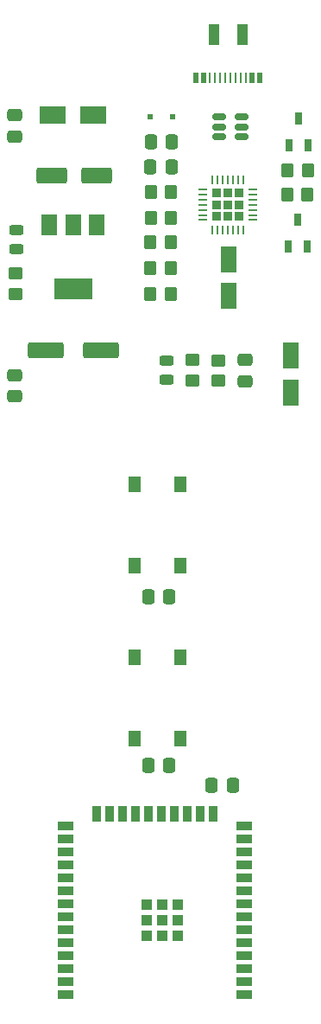
<source format=gbr>
%TF.GenerationSoftware,KiCad,Pcbnew,(6.0.11-0)*%
%TF.CreationDate,2023-10-17T10:34:41+02:00*%
%TF.ProjectId,ZESP32,5a455350-3332-42e6-9b69-6361645f7063,rev?*%
%TF.SameCoordinates,Original*%
%TF.FileFunction,Paste,Top*%
%TF.FilePolarity,Positive*%
%FSLAX46Y46*%
G04 Gerber Fmt 4.6, Leading zero omitted, Abs format (unit mm)*
G04 Created by KiCad (PCBNEW (6.0.11-0)) date 2023-10-17 10:34:41*
%MOMM*%
%LPD*%
G01*
G04 APERTURE LIST*
G04 Aperture macros list*
%AMRoundRect*
0 Rectangle with rounded corners*
0 $1 Rounding radius*
0 $2 $3 $4 $5 $6 $7 $8 $9 X,Y pos of 4 corners*
0 Add a 4 corners polygon primitive as box body*
4,1,4,$2,$3,$4,$5,$6,$7,$8,$9,$2,$3,0*
0 Add four circle primitives for the rounded corners*
1,1,$1+$1,$2,$3*
1,1,$1+$1,$4,$5*
1,1,$1+$1,$6,$7*
1,1,$1+$1,$8,$9*
0 Add four rect primitives between the rounded corners*
20,1,$1+$1,$2,$3,$4,$5,0*
20,1,$1+$1,$4,$5,$6,$7,0*
20,1,$1+$1,$6,$7,$8,$9,0*
20,1,$1+$1,$8,$9,$2,$3,0*%
G04 Aperture macros list end*
%ADD10R,1.300000X1.550000*%
%ADD11R,0.650000X1.220000*%
%ADD12RoundRect,0.250000X-0.550000X1.050000X-0.550000X-1.050000X0.550000X-1.050000X0.550000X1.050000X0*%
%ADD13RoundRect,0.250000X-0.350000X-0.450000X0.350000X-0.450000X0.350000X0.450000X-0.350000X0.450000X0*%
%ADD14RoundRect,0.250000X0.550000X-1.050000X0.550000X1.050000X-0.550000X1.050000X-0.550000X-1.050000X0*%
%ADD15RoundRect,0.250000X0.337500X0.475000X-0.337500X0.475000X-0.337500X-0.475000X0.337500X-0.475000X0*%
%ADD16RoundRect,0.250000X0.350000X0.450000X-0.350000X0.450000X-0.350000X-0.450000X0.350000X-0.450000X0*%
%ADD17RoundRect,0.150000X-0.512500X-0.150000X0.512500X-0.150000X0.512500X0.150000X-0.512500X0.150000X0*%
%ADD18R,1.500000X0.900000*%
%ADD19R,0.900000X1.500000*%
%ADD20R,1.050000X1.050000*%
%ADD21RoundRect,0.250000X0.475000X-0.337500X0.475000X0.337500X-0.475000X0.337500X-0.475000X-0.337500X0*%
%ADD22RoundRect,0.250000X-0.337500X-0.475000X0.337500X-0.475000X0.337500X0.475000X-0.337500X0.475000X0*%
%ADD23R,1.000000X2.000000*%
%ADD24R,0.520000X1.000000*%
%ADD25R,0.270000X1.000000*%
%ADD26RoundRect,0.250000X-1.500000X-0.550000X1.500000X-0.550000X1.500000X0.550000X-1.500000X0.550000X0*%
%ADD27RoundRect,0.250000X0.450000X-0.350000X0.450000X0.350000X-0.450000X0.350000X-0.450000X-0.350000X0*%
%ADD28RoundRect,0.243750X-0.456250X0.243750X-0.456250X-0.243750X0.456250X-0.243750X0.456250X0.243750X0*%
%ADD29RoundRect,0.225000X-0.225000X0.225000X-0.225000X-0.225000X0.225000X-0.225000X0.225000X0.225000X0*%
%ADD30RoundRect,0.062500X-0.062500X0.337500X-0.062500X-0.337500X0.062500X-0.337500X0.062500X0.337500X0*%
%ADD31RoundRect,0.062500X-0.337500X0.062500X-0.337500X-0.062500X0.337500X-0.062500X0.337500X0.062500X0*%
%ADD32R,0.500000X0.500000*%
%ADD33RoundRect,0.250000X-1.250000X-0.550000X1.250000X-0.550000X1.250000X0.550000X-1.250000X0.550000X0*%
%ADD34R,1.500000X2.000000*%
%ADD35R,3.800000X2.000000*%
%ADD36RoundRect,0.250000X-0.475000X0.337500X-0.475000X-0.337500X0.475000X-0.337500X0.475000X0.337500X0*%
%ADD37R,2.500000X1.800000*%
%ADD38RoundRect,0.243750X0.456250X-0.243750X0.456250X0.243750X-0.456250X0.243750X-0.456250X-0.243750X0*%
G04 APERTURE END LIST*
D10*
%TO.C,SW1*%
X95651000Y-107912000D03*
X95651000Y-115862000D03*
X100151000Y-107912000D03*
X100151000Y-115862000D03*
%TD*%
D11*
%TO.C,Q1*%
X110728800Y-67685200D03*
X112628800Y-67685200D03*
X111678800Y-65065200D03*
%TD*%
D12*
%TO.C,C9*%
X104871600Y-68944000D03*
X104871600Y-72544000D03*
%TD*%
D13*
%TO.C,R8*%
X110662800Y-60228400D03*
X112662800Y-60228400D03*
%TD*%
D14*
%TO.C,C3*%
X110967600Y-81992800D03*
X110967600Y-78392800D03*
%TD*%
D15*
%TO.C,C12*%
X99305100Y-59888800D03*
X97230100Y-59888800D03*
%TD*%
D16*
%TO.C,R4*%
X99267600Y-64867200D03*
X97267600Y-64867200D03*
%TD*%
D17*
%TO.C,U1*%
X103937300Y-55027200D03*
X103937300Y-55977200D03*
X103937300Y-56927200D03*
X106212300Y-56927200D03*
X106212300Y-55977200D03*
X106212300Y-55027200D03*
%TD*%
D18*
%TO.C,U4*%
X106413000Y-140965000D03*
X106413000Y-139695000D03*
X106413000Y-138425000D03*
X106413000Y-137155000D03*
X106413000Y-135885000D03*
X106413000Y-134615000D03*
X106413000Y-133345000D03*
X106413000Y-132075000D03*
X106413000Y-130805000D03*
X106413000Y-129535000D03*
X106413000Y-128265000D03*
X106413000Y-126995000D03*
X106413000Y-125725000D03*
X106413000Y-124455000D03*
D19*
X103373000Y-123205000D03*
X102103000Y-123205000D03*
X100833000Y-123205000D03*
X99563000Y-123205000D03*
X98293000Y-123205000D03*
X97023000Y-123205000D03*
X95753000Y-123205000D03*
X94483000Y-123205000D03*
X93213000Y-123205000D03*
X91943000Y-123205000D03*
D18*
X88913000Y-124455000D03*
X88913000Y-125725000D03*
X88913000Y-126995000D03*
X88913000Y-128265000D03*
X88913000Y-129535000D03*
X88913000Y-130805000D03*
X88913000Y-132075000D03*
X88913000Y-133345000D03*
X88913000Y-134615000D03*
X88913000Y-135885000D03*
X88913000Y-137155000D03*
X88913000Y-138425000D03*
X88913000Y-139695000D03*
X88913000Y-140965000D03*
D20*
X98343000Y-135150000D03*
X96818000Y-132100000D03*
X96818000Y-135150000D03*
X98343000Y-132100000D03*
X99868000Y-135150000D03*
X96818000Y-133625000D03*
X99868000Y-133625000D03*
X98343000Y-133625000D03*
X99868000Y-132100000D03*
%TD*%
D21*
%TO.C,C7*%
X106497200Y-80874700D03*
X106497200Y-78799700D03*
%TD*%
D22*
%TO.C,C1*%
X97006500Y-118491000D03*
X99081500Y-118491000D03*
%TD*%
D23*
%TO.C,J2*%
X106220800Y-46953200D03*
X103420800Y-46953200D03*
D24*
X107920800Y-51153200D03*
X107170800Y-51153200D03*
D25*
X106570800Y-51153200D03*
X105070800Y-51153200D03*
X104070800Y-51153200D03*
X103070800Y-51153200D03*
D24*
X102470800Y-51153200D03*
X101720800Y-51153200D03*
X101720800Y-51153200D03*
X102470800Y-51153200D03*
D25*
X103570800Y-51153200D03*
X104570800Y-51153200D03*
X105570800Y-51153200D03*
X106070800Y-51153200D03*
D24*
X107170800Y-51153200D03*
X107920800Y-51153200D03*
%TD*%
D26*
%TO.C,C10*%
X86931600Y-77805200D03*
X92331600Y-77805200D03*
%TD*%
D27*
%TO.C,R2*%
X83992800Y-72302800D03*
X83992800Y-70302800D03*
%TD*%
D15*
%TO.C,C8*%
X105304500Y-120396000D03*
X103229500Y-120396000D03*
%TD*%
D16*
%TO.C,R6*%
X99216800Y-67305600D03*
X97216800Y-67305600D03*
%TD*%
D27*
%TO.C,R1*%
X103906400Y-80837200D03*
X103906400Y-78837200D03*
%TD*%
D28*
%TO.C,D3*%
X84043600Y-66098100D03*
X84043600Y-67973100D03*
%TD*%
D13*
%TO.C,R7*%
X97216800Y-72334800D03*
X99216800Y-72334800D03*
%TD*%
%TO.C,R3*%
X97267600Y-62378000D03*
X99267600Y-62378000D03*
%TD*%
%TO.C,R9*%
X110628000Y-62616000D03*
X112628000Y-62616000D03*
%TD*%
D29*
%TO.C,U3*%
X103700800Y-62477200D03*
X105940800Y-62477200D03*
X105940800Y-64717200D03*
X105940800Y-63597200D03*
X103700800Y-64717200D03*
X104820800Y-62477200D03*
X104820800Y-63597200D03*
X103700800Y-63597200D03*
X104820800Y-64717200D03*
D30*
X106320800Y-61147200D03*
X105820800Y-61147200D03*
X105320800Y-61147200D03*
X104820800Y-61147200D03*
X104320800Y-61147200D03*
X103820800Y-61147200D03*
X103320800Y-61147200D03*
D31*
X102370800Y-62097200D03*
X102370800Y-62597200D03*
X102370800Y-63097200D03*
X102370800Y-63597200D03*
X102370800Y-64097200D03*
X102370800Y-64597200D03*
X102370800Y-65097200D03*
D30*
X103320800Y-66047200D03*
X103820800Y-66047200D03*
X104320800Y-66047200D03*
X104820800Y-66047200D03*
X105320800Y-66047200D03*
X105820800Y-66047200D03*
X106320800Y-66047200D03*
D31*
X107270800Y-65097200D03*
X107270800Y-64597200D03*
X107270800Y-64097200D03*
X107270800Y-63597200D03*
X107270800Y-63097200D03*
X107270800Y-62597200D03*
X107270800Y-62097200D03*
%TD*%
D32*
%TO.C,D2*%
X97218400Y-55012000D03*
X99418400Y-55012000D03*
%TD*%
D33*
%TO.C,C6*%
X87584000Y-60736400D03*
X91984000Y-60736400D03*
%TD*%
D15*
%TO.C,C5*%
X99355900Y-57450400D03*
X97280900Y-57450400D03*
%TD*%
D27*
%TO.C,R10*%
X101366400Y-80786400D03*
X101366400Y-78786400D03*
%TD*%
D10*
%TO.C,SW2*%
X95651000Y-90992000D03*
X95651000Y-98942000D03*
X100151000Y-98942000D03*
X100151000Y-90992000D03*
%TD*%
D34*
%TO.C,U2*%
X91931600Y-65562000D03*
D35*
X89631600Y-71862000D03*
D34*
X89631600Y-65562000D03*
X87331600Y-65562000D03*
%TD*%
D11*
%TO.C,Q2*%
X110830400Y-57779200D03*
X112730400Y-57779200D03*
X111780400Y-55159200D03*
%TD*%
D22*
%TO.C,C2*%
X97006500Y-101981000D03*
X99081500Y-101981000D03*
%TD*%
D13*
%TO.C,R5*%
X97216800Y-69845600D03*
X99216800Y-69845600D03*
%TD*%
D36*
%TO.C,C4*%
X83942000Y-54822100D03*
X83942000Y-56897100D03*
%TD*%
D37*
%TO.C,D1*%
X87631600Y-54792800D03*
X91631600Y-54792800D03*
%TD*%
D36*
%TO.C,C11*%
X83942000Y-80272900D03*
X83942000Y-82347900D03*
%TD*%
D38*
%TO.C,D4*%
X98775600Y-80723900D03*
X98775600Y-78848900D03*
%TD*%
M02*

</source>
